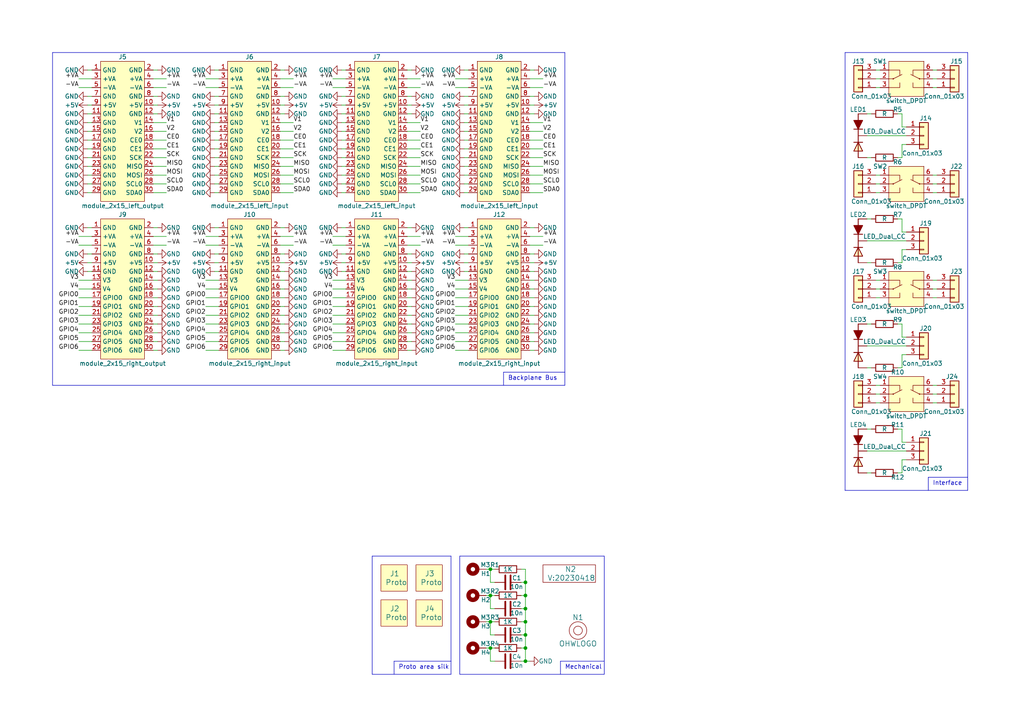
<source format=kicad_sch>
(kicad_sch (version 20250114) (generator "eeschema") (generator_version "9.0")
  (paper "A4")
  (text "Proto area silk" (at 115.57 194.31 0) (effects (font (size 1.27 1.27)) (justify left bottom)))
  (text "Interface" (at 270.51 140.97 0) (effects (font (size 1.27 1.27)) (justify left bottom)))
  (text "Mechanical" (at 163.83 194.31 0) (effects (font (size 1.27 1.27)) (justify left bottom)))
  (text "Backplane Bus" (at 147.32 110.49 0) (effects (font (size 1.27 1.27)) (justify left bottom)))
  (junction (at 152.4 172.72))
  (junction (at 142.24 165.1))
  (junction (at 152.4 187.96))
  (junction (at 142.24 187.96))
  (junction (at 142.24 180.34))
  (junction (at 152.4 180.34))
  (junction (at 152.4 168.91))
  (junction (at 152.4 191.77))
  (junction (at 152.4 184.15))
  (junction (at 152.4 176.53))
  (junction (at 142.24 172.72))
  (wire (pts (xy 153.67 25.4) (xy 157.48 25.4)))
  (wire (pts (xy 44.45 35.56) (xy 48.26 35.56)))
  (wire (pts (xy 45.72 93.98) (xy 44.45 93.98)))
  (wire (pts (xy 134.62 27.94) (xy 135.89 27.94)))
  (wire (pts (xy 81.28 25.4) (xy 85.09 25.4)))
  (wire (pts (xy 152.4 191.77) (xy 153.67 191.77)))
  (wire (pts (xy 59.69 83.82) (xy 63.5 83.82)))
  (wire (pts (xy 152.4 172.72) (xy 152.4 176.53)))
  (wire (pts (xy 118.11 35.56) (xy 121.92 35.56)))
  (wire (pts (xy 261.62 67.31) (xy 261.62 63.5)))
  (wire (pts (xy 25.4 66.04) (xy 26.67 66.04)))
  (wire (pts (xy 96.52 71.12) (xy 100.33 71.12)))
  (polyline (pts (xy 163.83 107.95) (xy 146.05 107.95)))
  (wire (pts (xy 261.62 137.16) (xy 261.62 133.35)))
  (wire (pts (xy 254 86.36) (xy 255.27 86.36)))
  (wire (pts (xy 44.45 33.02) (xy 45.72 33.02)))
  (wire (pts (xy 251.46 93.98) (xy 252.73 93.98)))
  (wire (pts (xy 62.23 45.72) (xy 63.5 45.72)))
  (wire (pts (xy 118.11 53.34) (xy 121.92 53.34)))
  (wire (pts (xy 59.69 101.6) (xy 63.5 101.6)))
  (wire (pts (xy 134.62 45.72) (xy 135.89 45.72)))
  (wire (pts (xy 96.52 81.28) (xy 100.33 81.28)))
  (wire (pts (xy 62.23 38.1) (xy 63.5 38.1)))
  (wire (pts (xy 25.4 78.74) (xy 26.67 78.74)))
  (wire (pts (xy 22.86 101.6) (xy 26.67 101.6)))
  (polyline (pts (xy 269.24 138.43) (xy 269.24 142.24)))
  (wire (pts (xy 134.62 38.1) (xy 135.89 38.1)))
  (wire (pts (xy 254 22.86) (xy 255.27 22.86)))
  (polyline (pts (xy 162.56 195.58) (xy 162.56 191.77)))
  (wire (pts (xy 81.28 38.1) (xy 85.09 38.1)))
  (wire (pts (xy 62.23 48.26) (xy 63.5 48.26)))
  (wire (pts (xy 25.4 27.94) (xy 26.67 27.94)))
  (wire (pts (xy 118.11 38.1) (xy 121.92 38.1)))
  (wire (pts (xy 25.4 50.8) (xy 26.67 50.8)))
  (polyline (pts (xy 114.3 191.77) (xy 114.3 195.58)))
  (wire (pts (xy 134.62 35.56) (xy 135.89 35.56)))
  (wire (pts (xy 260.35 45.72) (xy 261.62 45.72)))
  (wire (pts (xy 142.24 180.34) (xy 143.51 180.34)))
  (wire (pts (xy 270.51 53.34) (xy 271.78 53.34)))
  (wire (pts (xy 25.4 38.1) (xy 26.67 38.1)))
  (wire (pts (xy 151.13 184.15) (xy 152.4 184.15)))
  (wire (pts (xy 134.62 48.26) (xy 135.89 48.26)))
  (wire (pts (xy 153.67 76.2) (xy 154.94 76.2)))
  (wire (pts (xy 96.52 86.36) (xy 100.33 86.36)))
  (wire (pts (xy 99.06 40.64) (xy 100.33 40.64)))
  (wire (pts (xy 44.45 78.74) (xy 45.72 78.74)))
  (polyline (pts (xy 245.11 142.24) (xy 280.67 142.24)))
  (wire (pts (xy 118.11 27.94) (xy 119.38 27.94)))
  (wire (pts (xy 44.45 27.94) (xy 45.72 27.94)))
  (wire (pts (xy 44.45 53.34) (xy 48.26 53.34)))
  (wire (pts (xy 119.38 101.6) (xy 118.11 101.6)))
  (wire (pts (xy 44.45 55.88) (xy 48.26 55.88)))
  (wire (pts (xy 132.08 101.6) (xy 135.89 101.6)))
  (wire (pts (xy 270.51 22.86) (xy 271.78 22.86)))
  (wire (pts (xy 143.51 168.91) (xy 142.24 168.91)))
  (wire (pts (xy 132.08 68.58) (xy 135.89 68.58)))
  (wire (pts (xy 22.86 22.86) (xy 26.67 22.86)))
  (wire (pts (xy 261.62 128.27) (xy 261.62 124.46)))
  (wire (pts (xy 119.38 88.9) (xy 118.11 88.9)))
  (wire (pts (xy 261.62 76.2) (xy 261.62 72.39)))
  (wire (pts (xy 62.23 35.56) (xy 63.5 35.56)))
  (wire (pts (xy 254 81.28) (xy 255.27 81.28)))
  (wire (pts (xy 81.28 22.86) (xy 85.09 22.86)))
  (wire (pts (xy 62.23 33.02) (xy 63.5 33.02)))
  (wire (pts (xy 25.4 30.48) (xy 26.67 30.48)))
  (wire (pts (xy 118.11 55.88) (xy 121.92 55.88)))
  (wire (pts (xy 44.45 30.48) (xy 45.72 30.48)))
  (wire (pts (xy 134.62 50.8) (xy 135.89 50.8)))
  (wire (pts (xy 251.46 63.5) (xy 252.73 63.5)))
  (wire (pts (xy 81.28 83.82) (xy 82.55 83.82)))
  (wire (pts (xy 118.11 43.18) (xy 121.92 43.18)))
  (wire (pts (xy 134.62 43.18) (xy 135.89 43.18)))
  (wire (pts (xy 134.62 33.02) (xy 135.89 33.02)))
  (wire (pts (xy 59.69 81.28) (xy 63.5 81.28)))
  (wire (pts (xy 62.23 73.66) (xy 63.5 73.66)))
  (wire (pts (xy 45.72 88.9) (xy 44.45 88.9)))
  (polyline (pts (xy 175.26 195.58) (xy 175.26 161.29)))
  (wire (pts (xy 260.35 76.2) (xy 261.62 76.2)))
  (wire (pts (xy 45.72 99.06) (xy 44.45 99.06)))
  (wire (pts (xy 153.67 53.34) (xy 157.48 53.34)))
  (wire (pts (xy 81.28 43.18) (xy 85.09 43.18)))
  (wire (pts (xy 62.23 78.74) (xy 63.5 78.74)))
  (wire (pts (xy 261.62 72.39) (xy 262.89 72.39)))
  (wire (pts (xy 152.4 176.53) (xy 152.4 180.34)))
  (wire (pts (xy 132.08 22.86) (xy 135.89 22.86)))
  (wire (pts (xy 118.11 40.64) (xy 121.92 40.64)))
  (wire (pts (xy 59.69 88.9) (xy 63.5 88.9)))
  (wire (pts (xy 142.24 191.77) (xy 142.24 187.96)))
  (wire (pts (xy 99.06 66.04) (xy 100.33 66.04)))
  (wire (pts (xy 132.08 81.28) (xy 135.89 81.28)))
  (wire (pts (xy 119.38 96.52) (xy 118.11 96.52)))
  (wire (pts (xy 270.51 111.76) (xy 271.78 111.76)))
  (wire (pts (xy 261.62 124.46) (xy 260.35 124.46)))
  (wire (pts (xy 270.51 81.28) (xy 271.78 81.28)))
  (wire (pts (xy 99.06 38.1) (xy 100.33 38.1)))
  (wire (pts (xy 142.24 165.1) (xy 143.51 165.1)))
  (wire (pts (xy 143.51 176.53) (xy 142.24 176.53)))
  (wire (pts (xy 134.62 30.48) (xy 135.89 30.48)))
  (wire (pts (xy 261.62 45.72) (xy 261.62 41.91)))
  (wire (pts (xy 45.72 96.52) (xy 44.45 96.52)))
  (wire (pts (xy 22.86 25.4) (xy 26.67 25.4)))
  (wire (pts (xy 99.06 45.72) (xy 100.33 45.72)))
  (wire (pts (xy 25.4 53.34) (xy 26.67 53.34)))
  (wire (pts (xy 132.08 91.44) (xy 135.89 91.44)))
  (wire (pts (xy 81.28 30.48) (xy 82.55 30.48)))
  (polyline (pts (xy 280.67 138.43) (xy 269.24 138.43)))
  (wire (pts (xy 22.86 71.12) (xy 26.67 71.12)))
  (wire (pts (xy 59.69 93.98) (xy 63.5 93.98)))
  (wire (pts (xy 154.94 88.9) (xy 153.67 88.9)))
  (wire (pts (xy 81.28 48.26) (xy 85.09 48.26)))
  (wire (pts (xy 261.62 133.35) (xy 262.89 133.35)))
  (wire (pts (xy 270.51 55.88) (xy 271.78 55.88)))
  (wire (pts (xy 132.08 71.12) (xy 135.89 71.12)))
  (wire (pts (xy 251.46 130.81) (xy 262.89 130.81)))
  (wire (pts (xy 134.62 53.34) (xy 135.89 53.34)))
  (wire (pts (xy 154.94 91.44) (xy 153.67 91.44)))
  (wire (pts (xy 81.28 81.28) (xy 82.55 81.28)))
  (wire (pts (xy 142.24 184.15) (xy 143.51 184.15)))
  (wire (pts (xy 153.67 43.18) (xy 157.48 43.18)))
  (wire (pts (xy 81.28 53.34) (xy 85.09 53.34)))
  (wire (pts (xy 59.69 25.4) (xy 63.5 25.4)))
  (wire (pts (xy 81.28 20.32) (xy 82.55 20.32)))
  (wire (pts (xy 44.45 25.4) (xy 48.26 25.4)))
  (polyline (pts (xy 280.67 15.24) (xy 245.11 15.24)))
  (wire (pts (xy 99.06 76.2) (xy 100.33 76.2)))
  (wire (pts (xy 270.51 50.8) (xy 271.78 50.8)))
  (wire (pts (xy 25.4 35.56) (xy 26.67 35.56)))
  (wire (pts (xy 25.4 20.32) (xy 26.67 20.32)))
  (wire (pts (xy 254 53.34) (xy 255.27 53.34)))
  (wire (pts (xy 262.89 128.27) (xy 261.62 128.27)))
  (wire (pts (xy 134.62 78.74) (xy 135.89 78.74)))
  (wire (pts (xy 96.52 101.6) (xy 100.33 101.6)))
  (wire (pts (xy 82.55 96.52) (xy 81.28 96.52)))
  (wire (pts (xy 251.46 100.33) (xy 262.89 100.33)))
  (wire (pts (xy 44.45 40.64) (xy 48.26 40.64)))
  (wire (pts (xy 254 50.8) (xy 255.27 50.8)))
  (wire (pts (xy 153.67 55.88) (xy 157.48 55.88)))
  (wire (pts (xy 118.11 50.8) (xy 121.92 50.8)))
  (wire (pts (xy 99.06 20.32) (xy 100.33 20.32)))
  (wire (pts (xy 261.62 106.68) (xy 261.62 102.87)))
  (wire (pts (xy 59.69 99.06) (xy 63.5 99.06)))
  (wire (pts (xy 44.45 22.86) (xy 48.26 22.86)))
  (wire (pts (xy 153.67 22.86) (xy 157.48 22.86)))
  (wire (pts (xy 81.28 68.58) (xy 85.09 68.58)))
  (wire (pts (xy 142.24 172.72) (xy 142.24 176.53)))
  (wire (pts (xy 81.28 27.94) (xy 82.55 27.94)))
  (wire (pts (xy 22.86 93.98) (xy 26.67 93.98)))
  (polyline (pts (xy 130.81 195.58) (xy 107.95 195.58)))
  (wire (pts (xy 153.67 68.58) (xy 157.48 68.58)))
  (wire (pts (xy 99.06 78.74) (xy 100.33 78.74)))
  (wire (pts (xy 59.69 71.12) (xy 63.5 71.12)))
  (wire (pts (xy 151.13 187.96) (xy 152.4 187.96)))
  (wire (pts (xy 44.45 68.58) (xy 48.26 68.58)))
  (wire (pts (xy 62.23 30.48) (xy 63.5 30.48)))
  (wire (pts (xy 152.4 187.96) (xy 152.4 191.77)))
  (wire (pts (xy 25.4 55.88) (xy 26.67 55.88)))
  (wire (pts (xy 82.55 91.44) (xy 81.28 91.44)))
  (wire (pts (xy 270.51 114.3) (xy 271.78 114.3)))
  (wire (pts (xy 134.62 55.88) (xy 135.89 55.88)))
  (wire (pts (xy 134.62 40.64) (xy 135.89 40.64)))
  (wire (pts (xy 44.45 20.32) (xy 45.72 20.32)))
  (wire (pts (xy 262.89 97.79) (xy 261.62 97.79)))
  (wire (pts (xy 261.62 93.98) (xy 260.35 93.98)))
  (wire (pts (xy 251.46 33.02) (xy 252.73 33.02)))
  (wire (pts (xy 132.08 96.52) (xy 135.89 96.52)))
  (wire (pts (xy 254 25.4) (xy 255.27 25.4)))
  (wire (pts (xy 152.4 168.91) (xy 152.4 165.1)))
  (wire (pts (xy 142.24 172.72) (xy 143.51 172.72)))
  (wire (pts (xy 44.45 71.12) (xy 48.26 71.12)))
  (wire (pts (xy 153.67 27.94) (xy 154.94 27.94)))
  (wire (pts (xy 118.11 45.72) (xy 121.92 45.72)))
  (wire (pts (xy 119.38 86.36) (xy 118.11 86.36)))
  (wire (pts (xy 44.45 66.04) (xy 45.72 66.04)))
  (wire (pts (xy 45.72 91.44) (xy 44.45 91.44)))
  (wire (pts (xy 261.62 33.02) (xy 260.35 33.02)))
  (wire (pts (xy 44.45 73.66) (xy 45.72 73.66)))
  (wire (pts (xy 81.28 73.66) (xy 82.55 73.66)))
  (wire (pts (xy 99.06 53.34) (xy 100.33 53.34)))
  (wire (pts (xy 96.52 99.06) (xy 100.33 99.06)))
  (wire (pts (xy 262.89 36.83) (xy 261.62 36.83)))
  (wire (pts (xy 142.24 187.96) (xy 143.51 187.96)))
  (wire (pts (xy 154.94 86.36) (xy 153.67 86.36)))
  (wire (pts (xy 44.45 76.2) (xy 45.72 76.2)))
  (wire (pts (xy 261.62 102.87) (xy 262.89 102.87)))
  (wire (pts (xy 96.52 96.52) (xy 100.33 96.52)))
  (polyline (pts (xy 162.56 191.77) (xy 175.26 191.77)))
  (wire (pts (xy 153.67 81.28) (xy 154.94 81.28)))
  (wire (pts (xy 153.67 33.02) (xy 154.94 33.02)))
  (wire (pts (xy 22.86 86.36) (xy 26.67 86.36)))
  (wire (pts (xy 81.28 55.88) (xy 85.09 55.88)))
  (wire (pts (xy 251.46 76.2) (xy 252.73 76.2)))
  (wire (pts (xy 22.86 99.06) (xy 26.67 99.06)))
  (wire (pts (xy 82.55 99.06) (xy 81.28 99.06)))
  (wire (pts (xy 154.94 96.52) (xy 153.67 96.52)))
  (wire (pts (xy 270.51 83.82) (xy 271.78 83.82)))
  (wire (pts (xy 118.11 30.48) (xy 119.38 30.48)))
  (wire (pts (xy 270.51 20.32) (xy 271.78 20.32)))
  (wire (pts (xy 251.46 39.37) (xy 262.89 39.37)))
  (wire (pts (xy 261.62 63.5) (xy 260.35 63.5)))
  (wire (pts (xy 118.11 33.02) (xy 119.38 33.02)))
  (wire (pts (xy 62.23 76.2) (xy 63.5 76.2)))
  (wire (pts (xy 270.51 25.4) (xy 271.78 25.4)))
  (wire (pts (xy 151.13 172.72) (xy 152.4 172.72)))
  (wire (pts (xy 118.11 25.4) (xy 121.92 25.4)))
  (wire (pts (xy 82.55 88.9) (xy 81.28 88.9)))
  (wire (pts (xy 99.06 73.66) (xy 100.33 73.66)))
  (wire (pts (xy 99.06 27.94) (xy 100.33 27.94)))
  (wire (pts (xy 153.67 30.48) (xy 154.94 30.48)))
  (wire (pts (xy 132.08 83.82) (xy 135.89 83.82)))
  (wire (pts (xy 134.62 76.2) (xy 135.89 76.2)))
  (wire (pts (xy 142.24 168.91) (xy 142.24 165.1)))
  (wire (pts (xy 152.4 184.15) (xy 152.4 187.96)))
  (wire (pts (xy 118.11 81.28) (xy 119.38 81.28)))
  (wire (pts (xy 260.35 137.16) (xy 261.62 137.16)))
  (wire (pts (xy 251.46 45.72) (xy 252.73 45.72)))
  (polyline (pts (xy 15.24 15.24) (xy 15.24 111.76)))
  (wire (pts (xy 99.06 48.26) (xy 100.33 48.26)))
  (wire (pts (xy 96.52 22.86) (xy 100.33 22.86)))
  (wire (pts (xy 254 114.3) (xy 255.27 114.3)))
  (wire (pts (xy 81.28 35.56) (xy 85.09 35.56)))
  (polyline (pts (xy 133.35 161.29) (xy 133.35 195.58)))
  (wire (pts (xy 154.94 99.06) (xy 153.67 99.06)))
  (wire (pts (xy 62.23 40.64) (xy 63.5 40.64)))
  (wire (pts (xy 118.11 78.74) (xy 119.38 78.74)))
  (wire (pts (xy 81.28 33.02) (xy 82.55 33.02)))
  (wire (pts (xy 251.46 137.16) (xy 252.73 137.16)))
  (wire (pts (xy 99.06 43.18) (xy 100.33 43.18)))
  (wire (pts (xy 142.24 180.34) (xy 142.24 184.15)))
  (wire (pts (xy 81.28 78.74) (xy 82.55 78.74)))
  (wire (pts (xy 140.97 187.96) (xy 142.24 187.96)))
  (wire (pts (xy 118.11 83.82) (xy 119.38 83.82)))
  (wire (pts (xy 132.08 88.9) (xy 135.89 88.9)))
  (wire (pts (xy 251.46 124.46) (xy 252.73 124.46)))
  (wire (pts (xy 152.4 191.77) (xy 151.13 191.77)))
  (wire (pts (xy 262.89 67.31) (xy 261.62 67.31)))
  (wire (pts (xy 22.86 91.44) (xy 26.67 91.44)))
  (wire (pts (xy 59.69 68.58) (xy 63.5 68.58)))
  (wire (pts (xy 118.11 20.32) (xy 119.38 20.32)))
  (wire (pts (xy 99.06 55.88) (xy 100.33 55.88)))
  (wire (pts (xy 132.08 93.98) (xy 135.89 93.98)))
  (wire (pts (xy 118.11 66.04) (xy 119.38 66.04)))
  (wire (pts (xy 99.06 35.56) (xy 100.33 35.56)))
  (wire (pts (xy 151.13 176.53) (xy 152.4 176.53)))
  (wire (pts (xy 118.11 76.2) (xy 119.38 76.2)))
  (wire (pts (xy 25.4 76.2) (xy 26.67 76.2)))
  (wire (pts (xy 25.4 33.02) (xy 26.67 33.02)))
  (wire (pts (xy 82.55 86.36) (xy 81.28 86.36)))
  (polyline (pts (xy 163.83 15.24) (xy 163.83 111.76)))
  (wire (pts (xy 62.23 20.32) (xy 63.5 20.32)))
  (wire (pts (xy 44.45 38.1) (xy 48.26 38.1)))
  (wire (pts (xy 62.23 50.8) (xy 63.5 50.8)))
  (wire (pts (xy 22.86 81.28) (xy 26.67 81.28)))
  (wire (pts (xy 119.38 99.06) (xy 118.11 99.06)))
  (wire (pts (xy 25.4 73.66) (xy 26.67 73.66)))
  (wire (pts (xy 143.51 191.77) (xy 142.24 191.77)))
  (wire (pts (xy 132.08 86.36) (xy 135.89 86.36)))
  (wire (pts (xy 270.51 86.36) (xy 271.78 86.36)))
  (wire (pts (xy 44.45 83.82) (xy 45.72 83.82)))
  (wire (pts (xy 251.46 69.85) (xy 262.89 69.85)))
  (wire (pts (xy 134.62 66.04) (xy 135.89 66.04)))
  (polyline (pts (xy 15.24 15.24) (xy 163.83 15.24)))
  (wire (pts (xy 140.97 165.1) (xy 142.24 165.1)))
  (polyline (pts (xy 130.81 191.77) (xy 114.3 191.77)))
  (wire (pts (xy 62.23 27.94) (xy 63.5 27.94)))
  (wire (pts (xy 45.72 101.6) (xy 44.45 101.6)))
  (wire (pts (xy 153.67 20.32) (xy 154.94 20.32)))
  (wire (pts (xy 22.86 88.9) (xy 26.67 88.9)))
  (wire (pts (xy 96.52 93.98) (xy 100.33 93.98)))
  (wire (pts (xy 22.86 68.58) (xy 26.67 68.58)))
  (wire (pts (xy 99.06 30.48) (xy 100.33 30.48)))
  (wire (pts (xy 81.28 71.12) (xy 85.09 71.12)))
  (polyline (pts (xy 245.11 15.24) (xy 245.11 142.24)))
  (polyline (pts (xy 107.95 195.58) (xy 107.95 161.29)))
  (polyline (pts (xy 175.26 161.29) (xy 133.35 161.29)))
  (wire (pts (xy 134.62 20.32) (xy 135.89 20.32)))
  (wire (pts (xy 154.94 93.98) (xy 153.67 93.98)))
  (wire (pts (xy 152.4 168.91) (xy 152.4 172.72)))
  (wire (pts (xy 59.69 22.86) (xy 63.5 22.86)))
  (wire (pts (xy 153.67 78.74) (xy 154.94 78.74)))
  (wire (pts (xy 140.97 172.72) (xy 142.24 172.72)))
  (polyline (pts (xy 107.95 161.29) (xy 130.81 161.29)))
  (wire (pts (xy 96.52 83.82) (xy 100.33 83.82)))
  (wire (pts (xy 254 20.32) (xy 255.27 20.32)))
  (wire (pts (xy 261.62 41.91) (xy 262.89 41.91)))
  (wire (pts (xy 254 83.82) (xy 255.27 83.82)))
  (wire (pts (xy 254 55.88) (xy 255.27 55.88)))
  (wire (pts (xy 44.45 48.26) (xy 48.26 48.26)))
  (wire (pts (xy 270.51 116.84) (xy 271.78 116.84)))
  (wire (pts (xy 25.4 45.72) (xy 26.67 45.72)))
  (wire (pts (xy 96.52 68.58) (xy 100.33 68.58)))
  (wire (pts (xy 260.35 106.68) (xy 261.62 106.68)))
  (wire (pts (xy 81.28 40.64) (xy 85.09 40.64)))
  (wire (pts (xy 25.4 48.26) (xy 26.67 48.26)))
  (wire (pts (xy 118.11 71.12) (xy 121.92 71.12)))
  (wire (pts (xy 25.4 43.18) (xy 26.67 43.18)))
  (wire (pts (xy 22.86 96.52) (xy 26.67 96.52)))
  (wire (pts (xy 134.62 73.66) (xy 135.89 73.66)))
  (wire (pts (xy 96.52 25.4) (xy 100.33 25.4)))
  (wire (pts (xy 25.4 40.64) (xy 26.67 40.64)))
  (wire (pts (xy 62.23 43.18) (xy 63.5 43.18)))
  (wire (pts (xy 82.55 101.6) (xy 81.28 101.6)))
  (polyline (pts (xy 146.05 107.95) (xy 146.05 111.76)))
  (wire (pts (xy 81.28 50.8) (xy 85.09 50.8)))
  (wire (pts (xy 62.23 66.04) (xy 63.5 66.04)))
  (wire (pts (xy 251.46 106.68) (xy 252.73 106.68)))
  (wire (pts (xy 59.69 96.52) (xy 63.5 96.52)))
  (wire (pts (xy 44.45 43.18) (xy 48.26 43.18)))
  (wire (pts (xy 81.28 76.2) (xy 82.55 76.2)))
  (wire (pts (xy 153.67 50.8) (xy 157.48 50.8)))
  (wire (pts (xy 254 116.84) (xy 255.27 116.84)))
  (wire (pts (xy 153.67 38.1) (xy 157.48 38.1)))
  (wire (pts (xy 44.45 45.72) (xy 48.26 45.72)))
  (wire (pts (xy 153.67 73.66) (xy 154.94 73.66)))
  (wire (pts (xy 118.11 48.26) (xy 121.92 48.26)))
  (wire (pts (xy 153.67 83.82) (xy 154.94 83.82)))
  (polyline (pts (xy 133.35 195.58) (xy 175.26 195.58)))
  (wire (pts (xy 118.11 22.86) (xy 121.92 22.86)))
  (wire (pts (xy 152.4 180.34) (xy 152.4 184.15)))
  (wire (pts (xy 81.28 66.04) (xy 82.55 66.04)))
  (wire (pts (xy 82.55 93.98) (xy 81.28 93.98)))
  (wire (pts (xy 45.72 86.36) (xy 44.45 86.36)))
  (wire (pts (xy 140.97 180.34) (xy 142.24 180.34)))
  (wire (pts (xy 153.67 45.72) (xy 157.48 45.72)))
  (wire (pts (xy 151.13 180.34) (xy 152.4 180.34)))
  (wire (pts (xy 151.13 168.91) (xy 152.4 168.91)))
  (wire (pts (xy 62.23 55.88) (xy 63.5 55.88)))
  (wire (pts (xy 132.08 25.4) (xy 135.89 25.4)))
  (wire (pts (xy 261.62 36.83) (xy 261.62 33.02)))
  (wire (pts (xy 44.45 50.8) (xy 48.26 50.8)))
  (wire (pts (xy 59.69 91.44) (xy 63.5 91.44)))
  (wire (pts (xy 254 111.76) (xy 255.27 111.76)))
  (wire (pts (xy 261.62 97.79) (xy 261.62 93.98)))
  (wire (pts (xy 22.86 83.82) (xy 26.67 83.82)))
  (wire (pts (xy 153.67 66.04) (xy 154.94 66.04)))
  (wire (pts (xy 99.06 33.02) (xy 100.33 33.02)))
  (wire (pts (xy 132.08 99.06) (xy 135.89 99.06)))
  (wire (pts (xy 96.52 88.9) (xy 100.33 88.9)))
  (polyline (pts (xy 163.83 111.76) (xy 15.24 111.76)))
  (polyline (pts (xy 130.81 161.29) (xy 130.81 195.58)))
  (wire (pts (xy 81.28 45.72) (xy 85.09 45.72)))
  (wire (pts (xy 99.06 50.8) (xy 100.33 50.8)))
  (wire (pts (xy 119.38 93.98) (xy 118.11 93.98)))
  (wire (pts (xy 153.67 48.26) (xy 157.48 48.26)))
  (wire (pts (xy 62.23 53.34) (xy 63.5 53.34)))
  (wire (pts (xy 153.67 40.64) (xy 157.48 40.64)))
  (wire (pts (xy 118.11 68.58) (xy 121.92 68.58)))
  (wire (pts (xy 153.67 35.56) (xy 157.48 35.56)))
  (polyline (pts (xy 280.67 142.24) (xy 280.67 15.24)))
  (wire (pts (xy 154.94 101.6) (xy 153.67 101.6)))
  (wire (pts (xy 59.69 86.36) (xy 63.5 86.36)))
  (wire (pts (xy 151.13 165.1) (xy 152.4 165.1)))
  (wire (pts (xy 44.45 81.28) (xy 45.72 81.28)))
  (wire (pts (xy 119.38 91.44) (xy 118.11 91.44)))
  (wire (pts (xy 118.11 73.66) (xy 119.38 73.66)))
  (wire (pts (xy 153.67 71.12) (xy 157.48 71.12)))
  (wire (pts (xy 96.52 91.44) (xy 100.33 91.44)))
  (label "SCK" (at 85.09 45.72 0))
  (label "GPIO1" (at 132.08 88.9 180))
  (label "+VA" (at 96.52 22.86 180))
  (label "GPIO6" (at 22.86 101.6 180))
  (label "-VA" (at 22.86 71.12 180))
  (label "GPIO0" (at 96.52 86.36 180))
  (label "+VA" (at 59.69 22.86 180))
  (label "+VA" (at 121.92 22.86 0))
  (label "GPIO2" (at 96.52 91.44 180))
  (label "SDA0" (at 85.09 55.88 0))
  (label "+VA" (at 121.92 68.58 0))
  (label "MISO" (at 121.92 48.26 0))
  (label "MOSI" (at 157.48 50.8 0))
  (label "GPIO5" (at 132.08 99.06 180))
  (label "V4" (at 59.69 83.82 180))
  (label "CE0" (at 85.09 40.64 0))
  (label "V3" (at 132.08 81.28 180))
  (label "SDA0" (at 121.92 55.88 0))
  (label "+VA" (at 59.69 68.58 180))
  (label "V1" (at 85.09 35.56 0))
  (label "V3" (at 96.52 81.28 180))
  (label "GPIO5" (at 22.86 99.06 180))
  (label "-VA" (at 22.86 25.4 180))
  (label "-VA" (at 85.09 25.4 0))
  (label "SCK" (at 48.26 45.72 0))
  (label "V2" (at 121.92 38.1 0))
  (label "V1" (at 121.92 35.56 0))
  (label "-VA" (at 157.48 71.12 0))
  (label "GPIO1" (at 96.52 88.9 180))
  (label "V2" (at 85.09 38.1 0))
  (label "MOSI" (at 121.92 50.8 0))
  (label "GPIO2" (at 132.08 91.44 180))
  (label "V2" (at 157.48 38.1 0))
  (label "SCL0" (at 85.09 53.34 0))
  (label "-VA" (at 85.09 71.12 0))
  (label "GPIO0" (at 22.86 86.36 180))
  (label "GPIO6" (at 132.08 101.6 180))
  (label "SDA0" (at 157.48 55.88 0))
  (label "-VA" (at 132.08 25.4 180))
  (label "-VA" (at 157.48 25.4 0))
  (label "SDA0" (at 48.26 55.88 0))
  (label "SCL0" (at 157.48 53.34 0))
  (label "GPIO3" (at 96.52 93.98 180))
  (label "GPIO1" (at 22.86 88.9 180))
  (label "V1" (at 157.48 35.56 0))
  (label "+VA" (at 132.08 68.58 180))
  (label "GPIO4" (at 22.86 96.52 180))
  (label "GPIO3" (at 132.08 93.98 180))
  (label "+VA" (at 157.48 68.58 0))
  (label "+VA" (at 48.26 68.58 0))
  (label "-VA" (at 59.69 25.4 180))
  (label "-VA" (at 132.08 71.12 180))
  (label "CE1" (at 85.09 43.18 0))
  (label "SCL0" (at 48.26 53.34 0))
  (label "+VA" (at 22.86 68.58 180))
  (label "SCL0" (at 121.92 53.34 0))
  (label "-VA" (at 48.26 71.12 0))
  (label "CE0" (at 157.48 40.64 0))
  (label "MISO" (at 48.26 48.26 0))
  (label "CE1" (at 48.26 43.18 0))
  (label "GPIO0" (at 59.69 86.36 180))
  (label "GPIO3" (at 22.86 93.98 180))
  (label "V4" (at 22.86 83.82 180))
  (label "+VA" (at 22.86 22.86 180))
  (label "MISO" (at 85.09 48.26 0))
  (label "V4" (at 96.52 83.82 180))
  (label "GPIO5" (at 59.69 99.06 180))
  (label "-VA" (at 121.92 71.12 0))
  (label "+VA" (at 48.26 22.86 0))
  (label "+VA" (at 85.09 68.58 0))
  (label "-VA" (at 121.92 25.4 0))
  (label "MOSI" (at 85.09 50.8 0))
  (label "GPIO4" (at 59.69 96.52 180))
  (label "-VA" (at 96.52 25.4 180))
  (label "GPIO2" (at 59.69 91.44 180))
  (label "V2" (at 48.26 38.1 0))
  (label "SCK" (at 121.92 45.72 0))
  (label "GPIO6" (at 59.69 101.6 180))
  (label "+VA" (at 96.52 68.58 180))
  (label "-VA" (at 96.52 71.12 180))
  (label "CE0" (at 121.92 40.64 0))
  (label "CE1" (at 157.48 43.18 0))
  (label "GPIO2" (at 22.86 91.44 180))
  (label "CE1" (at 121.92 43.18 0))
  (label "GPIO4" (at 96.52 96.52 180))
  (label "-VA" (at 48.26 25.4 0))
  (label "GPIO0" (at 132.08 86.36 180))
  (label "GPIO1" (at 59.69 88.9 180))
  (label "V3" (at 22.86 81.28 180))
  (label "GPIO5" (at 96.52 99.06 180))
  (label "CE0" (at 48.26 40.64 0))
  (label "GPIO3" (at 59.69 93.98 180))
  (label "MOSI" (at 48.26 50.8 0))
  (label "GPIO4" (at 132.08 96.52 180))
  (label "V4" (at 132.08 83.82 180))
  (label "V3" (at 59.69 81.28 180))
  (label "SCK" (at 157.48 45.72 0))
  (label "+VA" (at 157.48 22.86 0))
  (label "-VA" (at 59.69 71.12 180))
  (label "MISO" (at 157.48 48.26 0))
  (label "+VA" (at 85.09 22.86 0))
  (label "+VA" (at 132.08 22.86 180))
  (label "V1" (at 48.26 35.56 0))
  (label "GPIO6" (at 96.52 101.6 180))
  (symbol (lib_id "SquantorLabels:OHWLOGO") (at 167.64 182.88 0) (unit 1)
    (property "Reference" "N1" (at 167.64 179.07 0) (effects (font (size 1.524 1.524))))
    (property "Value" "OHWLOGO" (at 167.64 186.69 0) (effects (font (size 1.524 1.524))))
    (property "Footprint" "Symbols:OSHW-Symbol_6.7x6mm_SilkScreen" (effects (hide yes)))
  )
  (symbol (lib_id "SquantorLabels:VYYYYMMDD") (at 165.1 167.64 0) (unit 1)
    (property "Reference" "N2" (at 163.83 165.1 0) (effects (font (size 1.524 1.524)) (justify left)))
    (property "Value" "V:20230418" (at 158.75 167.64 0) (effects (font (size 1.524 1.524)) (justify left)))
    (property "Footprint" "SquantorLabels:Label_Generic" (effects (hide yes)))
  )
  (symbol (lib_id "Mechanical:MountingHole_Pad") (at 138.43 165.1 90) (unit 1)
    (property "Reference" "H1" (at 142.24 166.37 90) (effects (justify left)))
    (property "Value" "M3" (at 142.24 163.83 90) (effects (justify left)))
    (property "Footprint" "MountingHole:MountingHole_3.2mm_M3_Pad_Via" (effects (hide yes)))
  )
  (symbol (lib_id "Mechanical:MountingHole_Pad") (at 138.43 172.72 90) (unit 1)
    (property "Reference" "H2" (at 142.24 173.99 90) (effects (justify left)))
    (property "Value" "M3" (at 142.24 171.45 90) (effects (justify left)))
    (property "Footprint" "MountingHole:MountingHole_3.2mm_M3_Pad_Via" (effects (hide yes)))
  )
  (symbol (lib_id "Mechanical:MountingHole_Pad") (at 138.43 180.34 90) (unit 1)
    (property "Reference" "H3" (at 142.24 181.61 90) (effects (justify left)))
    (property "Value" "M3" (at 142.24 179.07 90) (effects (justify left)))
    (property "Footprint" "MountingHole:MountingHole_3.2mm_M3_Pad_Via" (effects (hide yes)))
  )
  (symbol (lib_id "Mechanical:MountingHole_Pad") (at 138.43 187.96 90) (unit 1)
    (property "Reference" "H4" (at 142.24 189.23 90) (effects (justify left)))
    (property "Value" "M3" (at 142.24 186.69 90) (effects (justify left)))
    (property "Footprint" "MountingHole:MountingHole_3.2mm_M3_Pad_Via" (effects (hide yes)))
  )
  (symbol (lib_id "SquantorProto:Proto") (at 124.46 177.8 0) (unit 1)
    (property "Reference" "J4" (at 123.19 176.53 0) (effects (font (size 1.524 1.524)) (justify left)))
    (property "Value" "Proto" (at 121.92 179.07 0) (effects (font (size 1.524 1.524)) (justify left)))
    (property "Footprint" "SquantorPcbOutline:4by4cm_module" (effects (hide yes)))
  )
  (symbol (lib_id "power:GND") (at 62.23 38.1 270) (unit 1)
    (property "Reference" "#PWR0135" (effects (hide yes)))
    (property "Value" "GND" (at 59.69 38.1 90) (effects (justify right)))
  )
  (symbol (lib_id "power:GND") (at 154.94 66.04 90) (unit 1)
    (property "Reference" "#PWR083" (effects (hide yes)))
    (property "Value" "GND" (at 157.48 66.04 90) (effects (justify right)))
  )
  (symbol (lib_id "power:GND") (at 25.4 38.1 270) (unit 1)
    (property "Reference" "#PWR0144" (effects (hide yes)))
    (property "Value" "GND" (at 22.86 38.1 90) (effects (justify right)))
  )
  (symbol (lib_id "SquantorDevice:LED_Dual_CC") (at 248.92 69.85 0) (mirror y) (unit 1)
    (property "Reference" "LED2" (at 248.92 62.23 0))
    (property "Value" "LED_Dual_CC" (at 256.54 68.58 0))
    (property "Footprint" "SquantorDiodes:LED_DUAL_TH245_90deg" (effects (hide yes)))
  )
  (symbol (lib_id "power:GND") (at 134.62 45.72 270) (unit 1)
    (property "Reference" "#PWR0122" (effects (hide yes)))
    (property "Value" "GND" (at 132.08 45.72 90) (effects (justify right)))
  )
  (symbol (lib_id "power:+5V") (at 154.94 30.48 270) (unit 1)
    (property "Reference" "#PWR038" (effects (hide yes)))
    (property "Value" "+5V" (at 157.48 30.48 90) (effects (justify left)))
  )
  (symbol (lib_id "power:GND") (at 134.62 78.74 270) (unit 1)
    (property "Reference" "#PWR082" (effects (hide yes)))
    (property "Value" "GND" (at 132.08 78.74 90) (effects (justify right)))
  )
  (symbol (lib_id "power:GND") (at 154.94 83.82 90) (mirror x) (unit 1)
    (property "Reference" "#PWR0139" (effects (hide yes)))
    (property "Value" "GND" (at 157.48 83.82 90) (effects (justify right)))
  )
  (symbol (lib_id "SquantorSwitches:switch_DPDT") (at 262.89 22.86 0) (unit 1)
    (property "Reference" "SW1" (at 255.27 17.78 0))
    (property "Value" "switch_DPDT" (at 262.89 29.21 0))
    (property "Footprint" "SquantorSwitches:PS-22F02" (effects (hide yes)))
  )
  (symbol (lib_id "power:+5V") (at 119.38 30.48 270) (unit 1)
    (property "Reference" "#PWR028" (effects (hide yes)))
    (property "Value" "+5V" (at 121.92 30.48 90) (effects (justify left)))
  )
  (symbol (lib_id "SquantorConnectorsNamed:module_2x15_right_output") (at 35.56 83.82 0) (unit 1)
    (property "Reference" "J9" (at 35.56 62.23 0))
    (property "Value" "module_2x15_right_output" (at 35.56 105.41 0))
    (property "Footprint" "SquantorConnectorsNamed:module_2x15_right" (effects (hide yes)))
  )
  (symbol (lib_id "power:GND") (at 25.4 66.04 270) (unit 1)
    (property "Reference" "#PWR010" (effects (hide yes)))
    (property "Value" "GND" (at 22.86 66.04 90) (effects (justify right)))
  )
  (symbol (lib_id "power:GND") (at 25.4 35.56 270) (unit 1)
    (property "Reference" "#PWR0143" (effects (hide yes)))
    (property "Value" "GND" (at 22.86 35.56 90) (effects (justify right)))
  )
  (symbol (lib_id "power:+5V") (at 62.23 76.2 90) (unit 1)
    (property "Reference" "#PWR051" (effects (hide yes)))
    (property "Value" "+5V" (at 59.69 76.2 90) (effects (justify left)))
  )
  (symbol (lib_id "Connector_Generic:Conn_01x03") (at 276.86 114.3 0) (mirror x) (unit 1)
    (property "Reference" "J24" (at 274.32 109.22 0) (effects (justify left)))
    (property "Value" "Conn_01x03" (at 267.97 119.38 0) (effects (justify left)))
    (property "Footprint" "Connector_JST:JST_PH_B3B-PH-K_1x03_P2.00mm_Vertical" (effects (hide yes)))
  )
  (symbol (lib_id "SquantorSwitches:switch_DPDT") (at 262.89 53.34 0) (unit 1)
    (property "Reference" "SW2" (at 255.27 48.26 0))
    (property "Value" "switch_DPDT" (at 262.89 59.69 0))
    (property "Footprint" "SquantorSwitches:PS-22F02" (effects (hide yes)))
  )
  (symbol (lib_id "Device:C") (at 147.32 176.53 90) (unit 1)
    (property "Reference" "C2" (at 149.86 175.26 90))
    (property "Value" "10n" (at 149.86 177.8 90))
    (property "Footprint" "SquantorRcl:C_0805+0603" (effects (hide yes)))
  )
  (symbol (lib_id "power:GND") (at 134.62 40.64 270) (unit 1)
    (property "Reference" "#PWR0123" (effects (hide yes)))
    (property "Value" "GND" (at 132.08 40.64 90) (effects (justify right)))
  )
  (symbol (lib_id "power:+5V") (at 154.94 76.2 270) (unit 1)
    (property "Reference" "#PWR085" (effects (hide yes)))
    (property "Value" "+5V" (at 157.48 76.2 90) (effects (justify left)))
  )
  (symbol (lib_id "Connector_Generic:Conn_01x03") (at 248.92 83.82 180) (unit 1)
    (property "Reference" "J17" (at 248.92 78.74 0))
    (property "Value" "Conn_01x03" (at 252.73 88.9 0))
    (property "Footprint" "Connector_JST:JST_PH_B3B-PH-K_1x03_P2.00mm_Vertical" (effects (hide yes)))
  )
  (symbol (lib_id "power:GND") (at 62.23 55.88 270) (unit 1)
    (property "Reference" "#PWR0111" (effects (hide yes)))
    (property "Value" "GND" (at 59.69 55.88 90) (effects (justify right)))
  )
  (symbol (lib_id "power:GND") (at 134.62 38.1 270) (unit 1)
    (property "Reference" "#PWR0138" (effects (hide yes)))
    (property "Value" "GND" (at 132.08 38.1 90) (effects (justify right)))
  )
  (symbol (lib_id "power:GND") (at 25.4 48.26 270) (unit 1)
    (property "Reference" "#PWR0103" (effects (hide yes)))
    (property "Value" "GND" (at 22.86 48.26 90) (effects (justify right)))
  )
  (symbol (lib_id "Device:C") (at 147.32 184.15 90) (unit 1)
    (property "Reference" "C3" (at 149.86 182.88 90))
    (property "Value" "10n" (at 149.86 185.42 90))
    (property "Footprint" "SquantorRcl:C_0805+0603" (effects (hide yes)))
  )
  (symbol (lib_id "power:GND") (at 45.72 20.32 90) (unit 1)
    (property "Reference" "#PWR06" (effects (hide yes)))
    (property "Value" "GND" (at 48.26 20.32 90) (effects (justify right)))
  )
  (symbol (lib_id "Device:R") (at 147.32 187.96 90) (unit 1)
    (property "Reference" "R4" (at 143.51 186.69 90))
    (property "Value" "1K" (at 147.32 187.96 90))
    (property "Footprint" "SquantorRcl:R_0805+0603" (effects (hide yes)))
  )
  (symbol (lib_id "power:GND") (at 99.06 48.26 270) (unit 1)
    (property "Reference" "#PWR0117" (effects (hide yes)))
    (property "Value" "GND" (at 96.52 48.26 90) (effects (justify right)))
  )
  (symbol (lib_id "power:GND") (at 82.55 99.06 90) (mirror x) (unit 1)
    (property "Reference" "#PWR062" (effects (hide yes)))
    (property "Value" "GND" (at 85.09 99.06 90) (effects (justify right)))
  )
  (symbol (lib_id "Connector_Generic:Conn_01x03") (at 267.97 39.37 0) (unit 1)
    (property "Reference" "J14" (at 266.7 34.29 0) (effects (justify left)))
    (property "Value" "Conn_01x03" (at 261.62 44.45 0) (effects (justify left)))
    (property "Footprint" "Connector_JST:JST_PH_B3B-PH-K_1x03_P2.00mm_Vertical" (effects (hide yes)))
  )
  (symbol (lib_id "Connector_Generic:Conn_01x03") (at 248.92 22.86 180) (unit 1)
    (property "Reference" "J13" (at 248.92 17.78 0))
    (property "Value" "Conn_01x03" (at 252.73 27.94 0))
    (property "Footprint" "Connector_JST:JST_PH_B3B-PH-K_1x03_P2.00mm_Vertical" (effects (hide yes)))
  )
  (symbol (lib_id "power:GND") (at 62.23 66.04 270) (unit 1)
    (property "Reference" "#PWR049" (effects (hide yes)))
    (property "Value" "GND" (at 59.69 66.04 90) (effects (justify right)))
  )
  (symbol (lib_id "power:GND") (at 134.62 73.66 270) (unit 1)
    (property "Reference" "#PWR080" (effects (hide yes)))
    (property "Value" "GND" (at 132.08 73.66 90) (effects (justify right)))
  )
  (symbol (lib_id "Device:R") (at 256.54 76.2 90) (unit 1)
    (property "Reference" "R8" (at 260.35 77.47 90))
    (property "Value" "R" (at 256.54 76.2 90))
    (property "Footprint" "SquantorRcl:R_0603_hand" (effects (hide yes)))
  )
  (symbol (lib_id "power:GND") (at 119.38 101.6 90) (mirror x) (unit 1)
    (property "Reference" "#PWR078" (effects (hide yes)))
    (property "Value" "GND" (at 121.92 101.6 90) (effects (justify right)))
  )
  (symbol (lib_id "power:GND") (at 62.23 53.34 270) (unit 1)
    (property "Reference" "#PWR0113" (effects (hide yes)))
    (property "Value" "GND" (at 59.69 53.34 90) (effects (justify right)))
  )
  (symbol (lib_id "power:GND") (at 25.4 73.66 270) (unit 1)
    (property "Reference" "#PWR015" (effects (hide yes)))
    (property "Value" "GND" (at 22.86 73.66 90) (effects (justify right)))
  )
  (symbol (lib_id "power:GND") (at 45.72 101.6 90) (mirror x) (unit 1)
    (property "Reference" "#PWR048" (effects (hide yes)))
    (property "Value" "GND" (at 48.26 101.6 90) (effects (justify right)))
  )
  (symbol (lib_id "power:GND") (at 82.55 20.32 90) (unit 1)
    (property "Reference" "#PWR016" (effects (hide yes)))
    (property "Value" "GND" (at 85.09 20.32 90) (effects (justify right)))
  )
  (symbol (lib_id "power:GND") (at 25.4 78.74 270) (unit 1)
    (property "Reference" "#PWR025" (effects (hide yes)))
    (property "Value" "GND" (at 22.86 78.74 90) (effects (justify right)))
  )
  (symbol (lib_id "power:GND") (at 82.55 27.94 90) (unit 1)
    (property "Reference" "#PWR017" (effects (hide yes)))
    (property "Value" "GND" (at 85.09 27.94 90) (effects (justify right)))
  )
  (symbol (lib_id "power:GND") (at 119.38 96.52 90) (mirror x) (unit 1)
    (property "Reference" "#PWR076" (effects (hide yes)))
    (property "Value" "GND" (at 121.92 96.52 90) (effects (justify right)))
  )
  (symbol (lib_id "power:GND") (at 119.38 88.9 90) (mirror x) (unit 1)
    (property "Reference" "#PWR073" (effects (hide yes)))
    (property "Value" "GND" (at 121.92 88.9 90) (effects (justify right)))
  )
  (symbol (lib_id "power:GND") (at 119.38 81.28 90) (mirror x) (unit 1)
    (property "Reference" "#PWR0142" (effects (hide yes)))
    (property "Value" "GND" (at 121.92 81.28 90) (effects (justify right)))
  )
  (symbol (lib_id "power:GND") (at 62.23 33.02 270) (unit 1)
    (property "Reference" "#PWR014" (effects (hide yes)))
    (property "Value" "GND" (at 59.69 33.02 90) (effects (justify right)))
  )
  (symbol (lib_id "power:+5V") (at 82.55 30.48 270) (unit 1)
    (property "Reference" "#PWR018" (effects (hide yes)))
    (property "Value" "+5V" (at 85.09 30.48 90) (effects (justify left)))
  )
  (symbol (lib_id "power:+5V") (at 99.06 30.48 90) (unit 1)
    (property "Reference" "#PWR023" (effects (hide yes)))
    (property "Value" "+5V" (at 96.52 30.48 90) (effects (justify left)))
  )
  (symbol (lib_id "Device:R") (at 256.54 137.16 90) (unit 1)
    (property "Reference" "R12" (at 260.35 138.43 90))
    (property "Value" "R" (at 256.54 137.16 90))
    (property "Footprint" "SquantorRcl:R_0603_hand" (effects (hide yes)))
  )
  (symbol (lib_id "power:GND") (at 45.72 91.44 90) (mirror x) (unit 1)
    (property "Reference" "#PWR044" (effects (hide yes)))
    (property "Value" "GND" (at 48.26 91.44 90) (effects (justify right)))
  )
  (symbol (lib_id "Device:C") (at 147.32 168.91 90) (unit 1)
    (property "Reference" "C1" (at 149.86 167.64 90))
    (property "Value" "10n" (at 149.86 170.18 90))
    (property "Footprint" "SquantorRcl:C_0805+0603" (effects (hide yes)))
  )
  (symbol (lib_id "SquantorConnectorsNamed:module_2x15_right_input") (at 144.78 81.28 0) (unit 1)
    (property "Reference" "J12" (at 144.78 62.23 0))
    (property "Value" "module_2x15_right_input" (at 144.78 105.41 0))
    (property "Footprint" "SquantorConnectorsNamed:module_2x15_right" (effects (hide yes)))
  )
  (symbol (lib_id "Device:R") (at 256.54 93.98 90) (unit 1)
    (property "Reference" "R9" (at 260.35 92.71 90))
    (property "Value" "R" (at 256.54 93.98 90))
    (property "Footprint" "SquantorRcl:R_0603_hand" (effects (hide yes)))
  )
  (symbol (lib_id "power:GND") (at 99.06 55.88 270) (unit 1)
    (property "Reference" "#PWR0118" (effects (hide yes)))
    (property "Value" "GND" (at 96.52 55.88 90) (effects (justify right)))
  )
  (symbol (lib_id "Device:R") (at 147.32 172.72 90) (unit 1)
    (property "Reference" "R2" (at 143.51 171.45 90))
    (property "Value" "1K" (at 147.32 172.72 90))
    (property "Footprint" "SquantorRcl:R_0805+0603" (effects (hide yes)))
  )
  (symbol (lib_id "Connector_Generic:Conn_01x03") (at 276.86 22.86 0) (mirror x) (unit 1)
    (property "Reference" "J15" (at 275.59 17.78 0) (effects (justify left)))
    (property "Value" "Conn_01x03" (at 267.97 27.94 0) (effects (justify left)))
    (property "Footprint" "Connector_JST:JST_PH_B3B-PH-K_1x03_P2.00mm_Vertical" (effects (hide yes)))
  )
  (symbol (lib_id "power:GND") (at 45.72 93.98 90) (mirror x) (unit 1)
    (property "Reference" "#PWR045" (effects (hide yes)))
    (property "Value" "GND" (at 48.26 93.98 90) (effects (justify right)))
  )
  (symbol (lib_id "power:GND") (at 62.23 20.32 270) (unit 1)
    (property "Reference" "#PWR011" (effects (hide yes)))
    (property "Value" "GND" (at 59.69 20.32 90) (effects (justify right)))
  )
  (symbol (lib_id "power:GND") (at 25.4 50.8 270) (unit 1)
    (property "Reference" "#PWR0106" (effects (hide yes)))
    (property "Value" "GND" (at 22.86 50.8 90) (effects (justify right)))
  )
  (symbol (lib_id "power:GND") (at 62.23 73.66 270) (unit 1)
    (property "Reference" "#PWR050" (effects (hide yes)))
    (property "Value" "GND" (at 59.69 73.66 90) (effects (justify right)))
  )
  (symbol (lib_id "power:GND") (at 45.72 99.06 90) (mirror x) (unit 1)
    (property "Reference" "#PWR047" (effects (hide yes)))
    (property "Value" "GND" (at 48.26 99.06 90) (effects (justify right)))
  )
  (symbol (lib_id "power:GND") (at 45.72 73.66 90) (unit 1)
    (property "Reference" "#PWR035" (effects (hide yes)))
    (property "Value" "GND" (at 48.26 73.66 90) (effects (justify right)))
  )
  (symbol (lib_id "power:GND") (at 154.94 96.52 90) (mirror x) (unit 1)
    (property "Reference" "#PWR091" (effects (hide yes)))
    (property "Value" "GND" (at 157.48 96.52 90) (effects (justify right)))
  )
  (symbol (lib_id "power:GND") (at 154.94 73.66 90) (unit 1)
    (property "Reference" "#PWR084" (effects (hide yes)))
    (property "Value" "GND" (at 157.48 73.66 90) (effects (justify right)))
  )
  (symbol (lib_id "power:GND") (at 154.94 20.32 90) (unit 1)
    (property "Reference" "#PWR036" (effects (hide yes)))
    (property "Value" "GND" (at 157.48 20.32 90) (effects (justify right)))
  )
  (symbol (lib_id "power:GND") (at 134.62 55.88 270) (unit 1)
    (property "Reference" "#PWR0127" (effects (hide yes)))
    (property "Value" "GND" (at 132.08 55.88 90) (effects (justify right)))
  )
  (symbol (lib_id "SquantorConnectorsNamed:module_2x15_left_input") (at 109.22 38.1 0) (unit 1)
    (property "Reference" "J7" (at 109.22 16.51 0))
    (property "Value" "module_2x15_left_input" (at 109.22 59.69 0))
    (property "Footprint" "SquantorConnectorsNamed:module_2x15_left" (effects (hide yes)))
  )
  (symbol (lib_id "SquantorConnectorsNamed:module_2x15_right_input") (at 72.39 81.28 0) (unit 1)
    (property "Reference" "J10" (at 72.39 62.23 0))
    (property "Value" "module_2x15_right_input" (at 72.39 105.41 0))
    (property "Footprint" "SquantorConnectorsNamed:module_2x15_right" (effects (hide yes)))
  )
  (symbol (lib_id "SquantorDevice:LED_Dual_CC") (at 248.92 130.81 0) (mirror y) (unit 1)
    (property "Reference" "LED4" (at 248.92 123.19 0))
    (property "Value" "LED_Dual_CC" (at 256.54 129.54 0))
    (property "Footprint" "SquantorDiodes:LED_DUAL_TH245_90deg" (effects (hide yes)))
  )
  (symbol (lib_id "power:GND") (at 99.06 27.94 270) (unit 1)
    (property "Reference" "#PWR022" (effects (hide yes)))
    (property "Value" "GND" (at 96.52 27.94 90) (effects (justify right)))
  )
  (symbol (lib_id "power:GND") (at 154.94 81.28 90) (mirror x) (unit 1)
    (property "Reference" "#PWR0140" (effects (hide yes)))
    (property "Value" "GND" (at 157.48 81.28 90) (effects (justify right)))
  )
  (symbol (lib_id "power:GND") (at 82.55 78.74 90) (unit 1)
    (property "Reference" "#PWR056" (effects (hide yes)))
    (property "Value" "GND" (at 85.09 78.74 90) (effects (justify right)))
  )
  (symbol (lib_id "power:GND") (at 119.38 91.44 90) (mirror x) (unit 1)
    (property "Reference" "#PWR074" (effects (hide yes)))
    (property "Value" "GND" (at 121.92 91.44 90) (effects (justify right)))
  )
  (symbol (lib_id "power:GND") (at 154.94 86.36 90) (mirror x) (unit 1)
    (property "Reference" "#PWR087" (effects (hide yes)))
    (property "Value" "GND" (at 157.48 86.36 90) (effects (justify right)))
  )
  (symbol (lib_id "power:GND") (at 25.4 27.94 270) (unit 1)
    (property "Reference" "#PWR02" (effects (hide yes)))
    (property "Value" "GND" (at 22.86 27.94 90) (effects (justify right)))
  )
  (symbol (lib_id "SquantorSwitches:switch_DPDT") (at 262.89 83.82 0) (unit 1)
    (property "Reference" "SW3" (at 255.27 78.74 0))
    (property "Value" "switch_DPDT" (at 262.89 90.17 0))
    (property "Footprint" "SquantorSwitches:PS-22F02" (effects (hide yes)))
  )
  (symbol (lib_id "SquantorProto:Proto") (at 114.3 167.64 0) (unit 1)
    (property "Reference" "J1" (at 113.03 166.37 0) (effects (font (size 1.524 1.524)) (justify left)))
    (property "Value" "Proto" (at 111.76 168.91 0) (effects (font (size 1.524 1.524)) (justify left)))
    (property "Footprint" "SquantorPcbOutline:4by4cm_module" (effects (hide yes)))
  )
  (symbol (lib_id "Device:R") (at 256.54 124.46 90) (unit 1)
    (property "Reference" "R11" (at 260.35 123.19 90))
    (property "Value" "R" (at 256.54 124.46 90))
    (property "Footprint" "SquantorRcl:R_0603_hand" (effects (hide yes)))
  )
  (symbol (lib_id "power:GND") (at 82.55 88.9 90) (mirror x) (unit 1)
    (property "Reference" "#PWR058" (effects (hide yes)))
    (property "Value" "GND" (at 85.09 88.9 90) (effects (justify right)))
  )
  (symbol (lib_id "power:GND") (at 154.94 93.98 90) (mirror x) (unit 1)
    (property "Reference" "#PWR090" (effects (hide yes)))
    (property "Value" "GND" (at 157.48 93.98 90) (effects (justify right)))
  )
  (symbol (lib_id "power:GND") (at 119.38 99.06 90) (mirror x) (unit 1)
    (property "Reference" "#PWR077" (effects (hide yes)))
    (property "Value" "GND" (at 121.92 99.06 90) (effects (justify right)))
  )
  (symbol (lib_id "power:GND") (at 119.38 86.36 90) (mirror x) (unit 1)
    (property "Reference" "#PWR072" (effects (hide yes)))
    (property "Value" "GND" (at 121.92 86.36 90) (effects (justify right)))
  )
  (symbol (lib_id "Connector_Generic:Conn_01x03") (at 248.92 114.3 180) (unit 1)
    (property "Reference" "J18" (at 248.92 109.22 0))
    (property "Value" "Conn_01x03" (at 252.73 119.38 0))
    (property "Footprint" "Connector_JST:JST_PH_B3B-PH-K_1x03_P2.00mm_Vertical" (effects (hide yes)))
  )
  (symbol (lib_id "Connector_Generic:Conn_01x03") (at 267.97 100.33 0) (unit 1)
    (property "Reference" "J20" (at 266.7 95.25 0) (effects (justify left)))
    (property "Value" "Conn_01x03" (at 261.62 105.41 0) (effects (justify left)))
    (property "Footprint" "Connector_JST:JST_PH_B3B-PH-K_1x03_P2.00mm_Vertical" (effects (hide yes)))
  )
  (symbol (lib_id "power:GND") (at 154.94 99.06 90) (mirror x) (unit 1)
    (property "Reference" "#PWR092" (effects (hide yes)))
    (property "Value" "GND" (at 157.48 99.06 90) (effects (justify right)))
  )
  (symbol (lib_id "power:GND") (at 99.06 78.74 270) (unit 1)
    (property "Reference" "#PWR067" (effects (hide yes)))
    (property "Value" "GND" (at 96.52 78.74 90) (effects (justify right)))
  )
  (symbol (lib_id "SquantorDevice:LED_Dual_CC") (at 248.92 100.33 0) (mirror y) (unit 1)
    (property "Reference" "LED3" (at 248.92 92.71 0))
    (property "Value" "LED_Dual_CC" (at 256.54 99.06 0))
    (property "Footprint" "SquantorDiodes:LED_DUAL_TH245_90deg" (effects (hide yes)))
  )
  (symbol (lib_id "power:GND") (at 119.38 83.82 90) (mirror x) (unit 1)
    (property "Reference" "#PWR0141" (effects (hide yes)))
    (property "Value" "GND" (at 121.92 83.82 90) (effects (justify right)))
  )
  (symbol (lib_id "power:GND") (at 99.06 38.1 270) (unit 1)
    (property "Reference" "#PWR0130" (effects (hide yes)))
    (property "Value" "GND" (at 96.52 38.1 90) (effects (justify right)))
  )
  (symbol (lib_id "power:+5V") (at 45.72 76.2 270) (unit 1)
    (property "Reference" "#PWR040" (effects (hide yes)))
    (property "Value" "+5V" (at 48.26 76.2 90) (effects (justify left)))
  )
  (symbol (lib_id "power:GND") (at 82.55 73.66 90) (unit 1)
    (property "Reference" "#PWR054" (effects (hide yes)))
    (property "Value" "GND" (at 85.09 73.66 90) (effects (justify right)))
  )
  (symbol (lib_id "power:+5V") (at 119.38 76.2 270) (unit 1)
    (property "Reference" "#PWR070" (effects (hide yes)))
    (property "Value" "+5V" (at 121.92 76.2 90) (effects (justify left)))
  )
  (symbol (lib_id "power:+5V") (at 82.55 76.2 270) (unit 1)
    (property "Reference" "#PWR055" (effects (hide yes)))
    (property "Value" "+5V" (at 85.09 76.2 90) (effects (justify left)))
  )
  (symbol (lib_id "SquantorProto:Proto") (at 124.46 167.64 0) (unit 1)
    (property "Reference" "J3" (at 123.19 166.37 0) (effects (font (size 1.524 1.524)) (justify left)))
    (property "Value" "Proto" (at 121.92 168.91 0) (effects (font (size 1.524 1.524)) (justify left)))
    (property "Footprint" "SquantorPcbOutline:4by4cm_module" (effects (hide yes)))
  )
  (symbol (lib_id "power:GND") (at 45.72 96.52 90) (mirror x) (unit 1)
    (property "Reference" "#PWR046" (effects (hide yes)))
    (property "Value" "GND" (at 48.26 96.52 90) (effects (justify right)))
  )
  (symbol (lib_id "power:GND") (at 82.55 83.82 90) (mirror x) (unit 1)
    (property "Reference" "#PWR0132" (effects (hide yes)))
    (property "Value" "GND" (at 85.09 83.82 90) (effects (justify right)))
  )
  (symbol (lib_id "power:GND") (at 45.72 86.36 90) (mirror x) (unit 1)
    (property "Reference" "#PWR042" (effects (hide yes)))
    (property "Value" "GND" (at 48.26 86.36 90) (effects (justify right)))
  )
  (symbol (lib_id "power:GND") (at 134.62 27.94 270) (unit 1)
    (property "Reference" "#PWR032" (effects (hide yes)))
    (property "Value" "GND" (at 132.08 27.94 90) (effects (justify right)))
  )
  (symbol (lib_id "SquantorDevice:LED_Dual_CC") (at 248.92 39.37 0) (mirror y) (unit 1)
    (property "Reference" "LED1" (at 248.92 31.75 0))
    (property "Value" "LED_Dual_CC" (at 256.54 38.1 0))
    (property "Footprint" "SquantorDiodes:LED_DUAL_TH245_90deg" (effects (hide yes)))
  )
  (symbol (lib_id "power:GND") (at 119.38 66.04 90) (unit 1)
    (property "Reference" "#PWR068" (effects (hide yes)))
    (property "Value" "GND" (at 121.92 66.04 90) (effects (justify right)))
  )
  (symbol (lib_id "power:+5V") (at 25.4 30.48 90) (unit 1)
    (property "Reference" "#PWR03" (effects (hide yes)))
    (property "Value" "+5V" (at 22.86 30.48 90) (effects (justify left)))
  )
  (symbol (lib_id "power:GND") (at 25.4 33.02 270) (unit 1)
    (property "Reference" "#PWR04" (effects (hide yes)))
    (property "Value" "GND" (at 22.86 33.02 90) (effects (justify right)))
  )
  (symbol (lib_id "power:GND") (at 99.06 40.64 270) (unit 1)
    (property "Reference" "#PWR0114" (effects (hide yes)))
    (property "Value" "GND" (at 96.52 40.64 90) (effects (justify right)))
  )
  (symbol (lib_id "power:GND") (at 134.62 20.32 270) (unit 1)
    (property "Reference" "#PWR031" (effects (hide yes)))
    (property "Value" "GND" (at 132.08 20.32 90) (effects (justify right)))
  )
  (symbol (lib_id "Device:R") (at 256.54 33.02 90) (unit 1)
    (property "Reference" "R5" (at 260.35 31.75 90))
    (property "Value" "R" (at 256.54 33.02 90))
    (property "Footprint" "SquantorRcl:R_0603_hand" (effects (hide yes)))
  )
  (symbol (lib_id "power:GND") (at 82.55 81.28 90) (mirror x) (unit 1)
    (property "Reference" "#PWR0131" (effects (hide yes)))
    (property "Value" "GND" (at 85.09 81.28 90) (effects (justify right)))
  )
  (symbol (lib_id "power:GND") (at 82.55 91.44 90) (mirror x) (unit 1)
    (property "Reference" "#PWR059" (effects (hide yes)))
    (property "Value" "GND" (at 85.09 91.44 90) (effects (justify right)))
  )
  (symbol (lib_id "power:GND") (at 82.55 93.98 90) (mirror x) (unit 1)
    (property "Reference" "#PWR060" (effects (hide yes)))
    (property "Value" "GND" (at 85.09 93.98 90) (effects (justify right)))
  )
  (symbol (lib_id "Device:R") (at 256.54 106.68 90) (unit 1)
    (property "Reference" "R10" (at 260.35 107.95 90))
    (property "Value" "R" (at 256.54 106.68 90))
    (property "Footprint" "SquantorRcl:R_0603_hand" (effects (hide yes)))
  )
  (symbol (lib_id "power:GND") (at 82.55 33.02 90) (unit 1)
    (property "Reference" "#PWR019" (effects (hide yes)))
    (property "Value" "GND" (at 85.09 33.02 90) (effects (justify right)))
  )
  (symbol (lib_id "power:+5V") (at 62.23 30.48 90) (unit 1)
    (property "Reference" "#PWR013" (effects (hide yes)))
    (property "Value" "+5V" (at 59.69 30.48 90) (effects (justify left)))
  )
  (symbol (lib_id "power:GND") (at 154.94 88.9 90) (mirror x) (unit 1)
    (property "Reference" "#PWR088" (effects (hide yes)))
    (property "Value" "GND" (at 157.48 88.9 90) (effects (justify right)))
  )
  (symbol (lib_name "module_2x15_right_input_2") (lib_id "SquantorConnectorsNamed:module_2x15_right_input") (at 109.22 81.28 0) (unit 1)
    (property "Reference" "J11" (at 109.22 62.23 0))
    (property "Value" "module_2x15_right_input" (at 109.22 105.41 0))
    (property "Footprint" "SquantorConnectorsNamed:module_2x15_right" (effects (hide yes)))
  )
  (symbol (lib_id "power:GND") (at 99.06 45.72 270) (unit 1)
    (property "Reference" "#PWR0116" (effects (hide yes)))
    (property "Value" "GND" (at 96.52 45.72 90) (effects (justify right)))
  )
  (symbol (lib_id "Device:R") (at 256.54 45.72 90) (unit 1)
    (property "Reference" "R6" (at 260.35 46.99 90))
    (property "Value" "R" (at 256.54 45.72 90))
    (property "Footprint" "SquantorRcl:R_0603_hand" (effects (hide yes)))
  )
  (symbol (lib_id "power:GND") (at 45.72 33.02 90) (unit 1)
    (property "Reference" "#PWR09" (effects (hide yes)))
    (property "Value" "GND" (at 48.26 33.02 90) (effects (justify right)))
  )
  (symbol (lib_id "SquantorProto:Proto") (at 114.3 177.8 0) (unit 1)
    (property "Reference" "J2" (at 113.03 176.53 0) (effects (font (size 1.524 1.524)) (justify left)))
    (property "Value" "Proto" (at 111.76 179.07 0) (effects (font (size 1.524 1.524)) (justify left)))
    (property "Footprint" "SquantorPcbOutline:4by4cm_module" (effects (hide yes)))
  )
  (symbol (lib_id "power:GND") (at 119.38 27.94 90) (unit 1)
    (property "Reference" "#PWR027" (effects (hide yes)))
    (property "Value" "GND" (at 121.92 27.94 90) (effects (justify right)))
  )
  (symbol (lib_id "power:GND") (at 25.4 53.34 270) (unit 1)
    (property "Reference" "#PWR0104" (effects (hide yes)))
    (property "Value" "GND" (at 22.86 53.34 90) (effects (justify right)))
  )
  (symbol (lib_id "power:GND") (at 153.67 191.77 90) (mirror x) (unit 1)
    (property "Reference" "#PWR0128" (effects (hide yes)))
    (property "Value" "GND" (at 156.21 191.77 90) (effects (justify right)))
  )
  (symbol (lib_id "power:GND") (at 62.23 27.94 270) (unit 1)
    (property "Reference" "#PWR012" (effects (hide yes)))
    (property "Value" "GND" (at 59.69 27.94 90) (effects (justify right)))
  )
  (symbol (lib_id "Connector_Generic:Conn_01x03") (at 267.97 130.81 0) (unit 1)
    (property "Reference" "J21" (at 266.7 125.73 0) (effects (justify left)))
    (property "Value" "Conn_01x03" (at 261.62 135.89 0) (effects (justify left)))
    (property "Footprint" "Connector_JST:JST_PH_B3B-PH-K_1x03_P2.00mm_Vertical" (effects (hide yes)))
  )
  (symbol (lib_id "Connector_Generic:Conn_01x03") (at 267.97 69.85 0) (unit 1)
    (property "Reference" "J19" (at 266.7 64.77 0) (effects (justify left)))
    (property "Value" "Conn_01x03" (at 261.62 74.93 0) (effects (justify left)))
    (property "Footprint" "Connector_JST:JST_PH_B3B-PH-K_1x03_P2.00mm_Vertical" (effects (hide yes)))
  )
  (symbol (lib_id "power:GND") (at 154.94 101.6 90) (mirror x) (unit 1)
    (property "Reference" "#PWR093" (effects (hide yes)))
    (property "Value" "GND" (at 157.48 101.6 90) (effects (justify right)))
  )
  (symbol (lib_id "power:GND") (at 119.38 33.02 90) (unit 1)
    (property "Reference" "#PWR029" (effects (hide yes)))
    (property "Value" "GND" (at 121.92 33.02 90) (effects (justify right)))
  )
  (symbol (lib_id "Device:R") (at 147.32 180.34 90) (unit 1)
    (property "Reference" "R3" (at 143.51 179.07 90))
    (property "Value" "1K" (at 147.32 180.34 90))
    (property "Footprint" "SquantorRcl:R_0805+0603" (effects (hide yes)))
  )
  (symbol (lib_id "power:GND") (at 45.72 78.74 90) (unit 1)
    (property "Reference" "#PWR041" (effects (hide yes)))
    (property "Value" "GND" (at 48.26 78.74 90) (effects (justify right)))
  )
  (symbol (lib_id "power:+5V") (at 45.72 30.48 270) (unit 1)
    (property "Reference" "#PWR08" (effects (hide yes)))
    (property "Value" "+5V" (at 48.26 30.48 90) (effects (justify left)))
  )
  (symbol (lib_id "power:GND") (at 62.23 50.8 270) (unit 1)
    (property "Reference" "#PWR0112" (effects (hide yes)))
    (property "Value" "GND" (at 59.69 50.8 90) (effects (justify right)))
  )
  (symbol (lib_id "power:GND") (at 134.62 35.56 270) (unit 1)
    (property "Reference" "#PWR0137" (effects (hide yes)))
    (property "Value" "GND" (at 132.08 35.56 90) (effects (justify right)))
  )
  (symbol (lib_id "power:GND") (at 82.55 86.36 90) (mirror x) (unit 1)
    (property "Reference" "#PWR057" (effects (hide yes)))
    (property "Value" "GND" (at 85.09 86.36 90) (effects (justify right)))
  )
  (symbol (lib_id "SquantorConnectorsNamed:module_2x15_left_input") (at 144.78 38.1 0) (unit 1)
    (property "Reference" "J8" (at 144.78 16.51 0))
    (property "Value" "module_2x15_left_input" (at 144.78 59.69 0))
    (property "Footprint" "SquantorConnectorsNamed:module_2x15_left" (effects (hide yes)))
  )
  (symbol (lib_id "power:GND") (at 99.06 35.56 270) (unit 1)
    (property "Reference" "#PWR0129" (effects (hide yes)))
    (property "Value" "GND" (at 96.52 35.56 90) (effects (justify right)))
  )
  (symbol (lib_id "power:GND") (at 25.4 20.32 270) (unit 1)
    (property "Reference" "#PWR01" (effects (hide yes)))
    (property "Value" "GND" (at 22.86 20.32 90) (effects (justify right)))
  )
  (symbol (lib_id "power:GND") (at 45.72 66.04 90) (unit 1)
    (property "Reference" "#PWR030" (effects (hide yes)))
    (property "Value" "GND" (at 48.26 66.04 90) (effects (justify right)))
  )
  (symbol (lib_id "power:GND") (at 25.4 55.88 270) (unit 1)
    (property "Reference" "#PWR0105" (effects (hide yes)))
    (property "Value" "GND" (at 22.86 55.88 90) (effects (justify right)))
  )
  (symbol (lib_id "power:GND") (at 82.55 101.6 90) (mirror x) (unit 1)
    (property "Reference" "#PWR063" (effects (hide yes)))
    (property "Value" "GND" (at 85.09 101.6 90) (effects (justify right)))
  )
  (symbol (lib_id "power:GND") (at 99.06 66.04 270) (unit 1)
    (property "Reference" "#PWR064" (effects (hide yes)))
    (property "Value" "GND" (at 96.52 66.04 90) (effects (justify right)))
  )
  (symbol (lib_id "power:GND") (at 99.06 20.32 270) (unit 1)
    (property "Reference" "#PWR021" (effects (hide yes)))
    (property "Value" "GND" (at 96.52 20.32 90) (effects (justify right)))
  )
  (symbol (lib_id "power:GND") (at 25.4 45.72 270) (unit 1)
    (property "Reference" "#PWR0102" (effects (hide yes)))
    (property "Value" "GND" (at 22.86 45.72 90) (effects (justify right)))
  )
  (symbol (lib_id "power:GND") (at 45.72 83.82 90) (mirror x) (unit 1)
    (property "Reference" "#PWR0134" (effects (hide yes)))
    (property "Value" "GND" (at 48.26 83.82 90) (effects (justify right)))
  )
  (symbol (lib_id "power:GND") (at 62.23 35.56 270) (unit 1)
    (property "Reference" "#PWR0136" (effects (hide yes)))
    (property "Value" "GND" (at 59.69 35.56 90) (effects (justify right)))
  )
  (symbol (lib_id "power:GND") (at 99.06 53.34 270) (unit 1)
    (property "Reference" "#PWR0120" (effects (hide yes)))
    (property "Value" "GND" (at 96.52 53.34 90) (effects (justify right)))
  )
  (symbol (lib_id "Device:C") (at 147.32 191.77 90) (unit 1)
    (property "Reference" "C4" (at 149.86 190.5 90))
    (property "Value" "10n" (at 149.86 193.04 90))
    (property "Footprint" "SquantorRcl:C_0805+0603" (effects (hide yes)))
  )
  (symbol (lib_id "power:GND") (at 119.38 78.74 90) (unit 1)
    (property "Reference" "#PWR071" (effects (hide yes)))
    (property "Value" "GND" (at 121.92 78.74 90) (effects (justify right)))
  )
  (symbol (lib_id "power:GND") (at 99.06 43.18 270) (unit 1)
    (property "Reference" "#PWR0115" (effects (hide yes)))
    (property "Value" "GND" (at 96.52 43.18 90) (effects (justify right)))
  )
  (symbol (lib_id "power:GND") (at 134.62 43.18 270) (unit 1)
    (property "Reference" "#PWR0121" (effects (hide yes)))
    (property "Value" "GND" (at 132.08 43.18 90) (effects (justify right)))
  )
  (symbol (lib_id "power:+5V") (at 99.06 76.2 90) (unit 1)
    (property "Reference" "#PWR066" (effects (hide yes)))
    (property "Value" "+5V" (at 96.52 76.2 90) (effects (justify left)))
  )
  (symbol (lib_id "power:GND") (at 62.23 45.72 270) (unit 1)
    (property "Reference" "#PWR0110" (effects (hide yes)))
    (property "Value" "GND" (at 59.69 45.72 90) (effects (justify right)))
  )
  (symbol (lib_id "power:GND") (at 119.38 93.98 90) (mirror x) (unit 1)
    (property "Reference" "#PWR075" (effects (hide yes)))
    (property "Value" "GND" (at 121.92 93.98 90) (effects (justify right)))
  )
  (symbol (lib_id "power:GND") (at 154.94 27.94 90) (unit 1)
    (property "Reference" "#PWR037" (effects (hide yes)))
    (property "Value" "GND" (at 157.48 27.94 90) (effects (justify right)))
  )
  (symbol (lib_id "power:GND") (at 82.55 66.04 90) (unit 1)
    (property "Reference" "#PWR053" (effects (hide yes)))
    (property "Value" "GND" (at 85.09 66.04 90) (effects (justify right)))
  )
  (symbol (lib_id "power:GND") (at 45.72 81.28 90) (mirror x) (unit 1)
    (property "Reference" "#PWR0133" (effects (hide yes)))
    (property "Value" "GND" (at 48.26 81.28 90) (effects (justify right)))
  )
  (symbol (lib_id "power:GND") (at 134.62 33.02 270) (unit 1)
    (property "Reference" "#PWR034" (effects (hide yes)))
    (property "Value" "GND" (at 132.08 33.02 90) (effects (justify right)))
  )
  (symbol (lib_id "power:GND") (at 25.4 43.18 270) (unit 1)
    (property "Reference" "#PWR0101" (effects (hide yes)))
    (property "Value" "GND" (at 22.86 43.18 90) (effects (justify right)))
  )
  (symbol (lib_id "power:GND") (at 62.23 78.74 270) (unit 1)
    (property "Reference" "#PWR052" (effects (hide yes)))
    (property "Value" "GND" (at 59.69 78.74 90) (effects (justify right)))
  )
  (symbol (lib_id "Device:R") (at 256.54 63.5 90) (unit 1)
    (property "Reference" "R7" (at 260.35 62.23 90))
    (property "Value" "R" (at 256.54 63.5 90))
    (property "Footprint" "SquantorRcl:R_0603_hand" (effects (hide yes)))
  )
  (symbol (lib_id "power:GND") (at 154.94 78.74 90) (unit 1)
    (property "Reference" "#PWR086" (effects (hide yes)))
    (property "Value" "GND" (at 157.48 78.74 90) (effects (justify right)))
  )
  (symbol (lib_id "power:GND") (at 134.62 66.04 270) (unit 1)
    (property "Reference" "#PWR079" (effects (hide yes)))
    (property "Value" "GND" (at 132.08 66.04 90) (effects (justify right)))
  )
  (symbol (lib_id "SquantorConnectorsNamed:module_2x15_left_input") (at 72.39 38.1 0) (unit 1)
    (property "Reference" "J6" (at 72.39 16.51 0))
    (property "Value" "module_2x15_left_input" (at 72.39 59.69 0))
    (property "Footprint" "SquantorConnectorsNamed:module_2x15_left" (effects (hide yes)))
  )
  (symbol (lib_id "power:GND") (at 25.4 40.64 270) (unit 1)
    (property "Reference" "#PWR05" (effects (hide yes)))
    (property "Value" "GND" (at 22.86 40.64 90) (effects (justify right)))
  )
  (symbol (lib_id "power:GND") (at 119.38 20.32 90) (unit 1)
    (property "Reference" "#PWR026" (effects (hide yes)))
    (property "Value" "GND" (at 121.92 20.32 90) (effects (justify right)))
  )
  (symbol (lib_id "power:+5V") (at 134.62 30.48 90) (unit 1)
    (property "Reference" "#PWR033" (effects (hide yes)))
    (property "Value" "+5V" (at 132.08 30.48 90) (effects (justify left)))
  )
  (symbol (lib_id "power:GND") (at 99.06 73.66 270) (unit 1)
    (property "Reference" "#PWR065" (effects (hide yes)))
    (property "Value" "GND" (at 96.52 73.66 90) (effects (justify right)))
  )
  (symbol (lib_id "power:GND") (at 99.06 33.02 270) (unit 1)
    (property "Reference" "#PWR024" (effects (hide yes)))
    (property "Value" "GND" (at 96.52 33.02 90) (effects (justify right)))
  )
  (symbol (lib_id "SquantorSwitches:switch_DPDT") (at 262.89 114.3 0) (unit 1)
    (property "Reference" "SW4" (at 255.27 109.22 0))
    (property "Value" "switch_DPDT" (at 262.89 120.65 0))
    (property "Footprint" "SquantorSwitches:PS-22F02" (effects (hide yes)))
  )
  (symbol (lib_id "Device:R") (at 147.32 165.1 90) (unit 1)
    (property "Reference" "R1" (at 143.51 163.83 90))
    (property "Value" "1K" (at 147.32 165.1 90))
    (property "Footprint" "SquantorRcl:R_0805+0603" (effects (hide yes)))
  )
  (symbol (lib_id "SquantorConnectorsNamed:module_2x15_left_output") (at 35.56 38.1 0) (unit 1)
    (property "Reference" "J5" (at 35.56 16.51 0))
    (property "Value" "module_2x15_left_output" (at 35.56 59.69 0))
    (property "Footprint" "SquantorConnectorsNamed:module_2x15_left" (effects (hide yes)))
  )
  (symbol (lib_id "power:GND") (at 62.23 48.26 270) (unit 1)
    (property "Reference" "#PWR0109" (effects (hide yes)))
    (property "Value" "GND" (at 59.69 48.26 90) (effects (justify right)))
  )
  (symbol (lib_id "power:GND") (at 154.94 91.44 90) (mirror x) (unit 1)
    (property "Reference" "#PWR089" (effects (hide yes)))
    (property "Value" "GND" (at 157.48 91.44 90) (effects (justify right)))
  )
  (symbol (lib_id "power:GND") (at 134.62 53.34 270) (unit 1)
    (property "Reference" "#PWR0125" (effects (hide yes)))
    (property "Value" "GND" (at 132.08 53.34 90) (effects (justify right)))
  )
  (symbol (lib_id "Connector_Generic:Conn_01x03") (at 276.86 83.82 0) (mirror x) (unit 1)
    (property "Reference" "J23" (at 275.59 78.74 0) (effects (justify left)))
    (property "Value" "Conn_01x03" (at 267.97 88.9 0) (effects (justify left)))
    (property "Footprint" "Connector_JST:JST_PH_B3B-PH-K_1x03_P2.00mm_Vertical" (effects (hide yes)))
  )
  (symbol (lib_id "power:GND") (at 154.94 33.02 90) (unit 1)
    (property "Reference" "#PWR039" (effects (hide yes)))
    (property "Value" "GND" (at 157.48 33.02 90) (effects (justify right)))
  )
  (symbol (lib_id "power:+5V") (at 134.62 76.2 90) (unit 1)
    (property "Reference" "#PWR081" (effects (hide yes)))
    (property "Value" "+5V" (at 132.08 76.2 90) (effects (justify left)))
  )
  (symbol (lib_id "Connector_Generic:Conn_01x03") (at 276.86 53.34 0) (mirror x) (unit 1)
    (property "Reference" "J22" (at 275.59 48.26 0) (effects (justify left)))
    (property "Value" "Conn_01x03" (at 267.97 58.42 0) (effects (justify left)))
    (property "Footprint" "Connector_JST:JST_PH_B3B-PH-K_1x03_P2.00mm_Vertical" (effects (hide yes)))
  )
  (symbol (lib_id "power:GND") (at 45.72 27.94 90) (unit 1)
    (property "Reference" "#PWR07" (effects (hide yes)))
    (property "Value" "GND" (at 48.26 27.94 90) (effects (justify right)))
  )
  (symbol (lib_id "power:+5V") (at 25.4 76.2 90) (unit 1)
    (property "Reference" "#PWR020" (effects (hide yes)))
    (property "Value" "+5V" (at 22.86 76.2 90) (effects (justify left)))
  )
  (symbol (lib_id "power:GND") (at 45.72 88.9 90) (mirror x) (unit 1)
    (property "Reference" "#PWR043" (effects (hide yes)))
    (property "Value" "GND" (at 48.26 88.9 90) (effects (justify right)))
  )
  (symbol (lib_id "power:GND") (at 82.55 96.52 90) (mirror x) (unit 1)
    (property "Reference" "#PWR061" (effects (hide yes)))
    (property "Value" "GND" (at 85.09 96.52 90) (effects (justify right)))
  )
  (symbol (lib_id "Connector_Generic:Conn_01x03") (at 248.92 53.34 180) (unit 1)
    (property "Reference" "J16" (at 248.92 48.26 0))
    (property "Value" "Conn_01x03" (at 252.73 58.42 0))
    (property "Footprint" "Connector_JST:JST_PH_B3B-PH-K_1x03_P2.00mm_Vertical" (effects (hide yes)))
  )
  (symbol (lib_id "power:GND") (at 62.23 43.18 270) (unit 1)
    (property "Reference" "#PWR0107" (effects (hide yes)))
    (property "Value" "GND" (at 59.69 43.18 90) (effects (justify right)))
  )
  (symbol (lib_id "power:GND") (at 99.06 50.8 270) (unit 1)
    (property "Reference" "#PWR0119" (effects (hide yes)))
    (property "Value" "GND" (at 96.52 50.8 90) (effects (justify right)))
  )
  (symbol (lib_id "power:GND") (at 119.38 73.66 90) (unit 1)
    (property "Reference" "#PWR069" (effects (hide yes)))
    (property "Value" "GND" (at 121.92 73.66 90) (effects (justify right)))
  )
  (symbol (lib_id "power:GND") (at 134.62 48.26 270) (unit 1)
    (property "Reference" "#PWR0126" (effects (hide yes)))
    (property "Value" "GND" (at 132.08 48.26 90) (effects (justify right)))
  )
  (symbol (lib_id "power:GND") (at 134.62 50.8 270) (unit 1)
    (property "Reference" "#PWR0124" (effects (hide yes)))
    (property "Value" "GND" (at 132.08 50.8 90) (effects (justify right)))
  )
  (symbol (lib_id "power:GND") (at 62.23 40.64 270) (unit 1)
    (property "Reference" "#PWR0108" (effects (hide yes)))
    (property "Value" "GND" (at 59.69 40.64 90) (effects (justify right)))
  )
)
</source>
